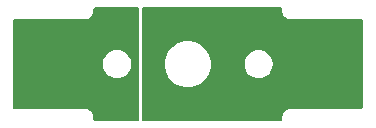
<source format=gbr>
%TF.GenerationSoftware,KiCad,Pcbnew,7.0.2*%
%TF.CreationDate,2023-09-13T12:46:08+12:00*%
%TF.ProjectId,TWIST_SWITCH,54574953-545f-4535-9749-5443482e6b69,v1.1*%
%TF.SameCoordinates,Original*%
%TF.FileFunction,Copper,L2,Inr*%
%TF.FilePolarity,Positive*%
%FSLAX46Y46*%
G04 Gerber Fmt 4.6, Leading zero omitted, Abs format (unit mm)*
G04 Created by KiCad (PCBNEW 7.0.2) date 2023-09-13 12:46:08*
%MOMM*%
%LPD*%
G01*
G04 APERTURE LIST*
%TA.AperFunction,ComponentPad*%
%ADD10C,3.400000*%
%TD*%
%TA.AperFunction,ViaPad*%
%ADD11C,0.700000*%
%TD*%
G04 APERTURE END LIST*
D10*
%TO.N,GND2*%
%TO.C,H3*%
X212000000Y-150000000D03*
%TD*%
%TO.N,GND1*%
%TO.C,H1*%
X188000000Y-150000000D03*
%TD*%
D11*
%TO.N,GND2*%
X207500000Y-146500000D03*
X214500000Y-153500000D03*
X204500000Y-150500000D03*
X208500000Y-147500000D03*
X207500000Y-145600000D03*
X207500000Y-151500000D03*
X209500000Y-146500000D03*
X206500000Y-148500000D03*
X208500000Y-152500000D03*
X213500000Y-151500000D03*
X208500000Y-150500000D03*
X212500000Y-152500000D03*
X212500000Y-146500000D03*
X209500000Y-147500000D03*
X213500000Y-147500000D03*
X209500000Y-148500000D03*
X212500000Y-147500000D03*
X210500000Y-146500000D03*
X204500000Y-151500000D03*
X207500000Y-152500000D03*
X207500000Y-150500000D03*
X210500000Y-147500000D03*
X205500000Y-147500000D03*
X209500000Y-153500000D03*
X211500000Y-146500000D03*
X205500000Y-151500000D03*
X214500000Y-148500000D03*
X214500000Y-151500000D03*
X213500000Y-153500000D03*
X211500000Y-153500000D03*
X204500000Y-152500000D03*
X204500000Y-149500000D03*
X208500000Y-148500000D03*
X206500000Y-147500000D03*
X207500000Y-147500000D03*
X214500000Y-147500000D03*
X211500000Y-152500000D03*
X210500000Y-152500000D03*
X206500000Y-151500000D03*
X214500000Y-152500000D03*
X213500000Y-148500000D03*
X211500000Y-147500000D03*
X208500000Y-153500000D03*
X207500000Y-154400000D03*
X204500000Y-147500000D03*
X205500000Y-152500000D03*
X208500000Y-146500000D03*
X214500000Y-146500000D03*
X207500000Y-149500000D03*
X208500000Y-151500000D03*
X207500000Y-153500000D03*
X205500000Y-148500000D03*
X213500000Y-152500000D03*
X209500000Y-150500000D03*
X213500000Y-146500000D03*
X207500000Y-148500000D03*
X208500000Y-149500000D03*
X214500000Y-149500000D03*
X210500000Y-148500000D03*
X204500000Y-148500000D03*
X209500000Y-151500000D03*
X212500000Y-153500000D03*
X210500000Y-153500000D03*
X209500000Y-149500000D03*
X206500000Y-152500000D03*
X209500000Y-152500000D03*
X214500000Y-150500000D03*
X210500000Y-151500000D03*
%TO.N,GND1*%
X189500000Y-146500000D03*
X194500000Y-151500000D03*
X187500000Y-153500000D03*
X187500000Y-147500000D03*
X191500000Y-151500000D03*
X187500000Y-152500000D03*
X188500000Y-152500000D03*
X185500000Y-149500000D03*
X193500000Y-148500000D03*
X192500000Y-148500000D03*
X186500000Y-147500000D03*
X190500000Y-150500000D03*
X193500000Y-147500000D03*
X192500000Y-150500000D03*
X191500000Y-149500000D03*
X185500000Y-151500000D03*
X195500000Y-151500000D03*
X185500000Y-152500000D03*
X194500000Y-148500000D03*
X192500000Y-147500000D03*
X192500000Y-145600000D03*
X194500000Y-152500000D03*
X189500000Y-147500000D03*
X185500000Y-148500000D03*
X195500000Y-148500000D03*
X191500000Y-147500000D03*
X192500000Y-149500000D03*
X195500000Y-152500000D03*
X190500000Y-152500000D03*
X186500000Y-148500000D03*
X189500000Y-152500000D03*
X186500000Y-151500000D03*
X189500000Y-148500000D03*
X191500000Y-153500000D03*
X192500000Y-152500000D03*
X191500000Y-148500000D03*
X192500000Y-154400000D03*
X186500000Y-153500000D03*
X190500000Y-153500000D03*
X188500000Y-153500000D03*
X190500000Y-147500000D03*
X189500000Y-153500000D03*
X185500000Y-150500000D03*
X190500000Y-151500000D03*
X188500000Y-146500000D03*
X188500000Y-147500000D03*
X191500000Y-152500000D03*
X192500000Y-153500000D03*
X194500000Y-147500000D03*
X185500000Y-153500000D03*
X186500000Y-146500000D03*
X193500000Y-151500000D03*
X190500000Y-146500000D03*
X190500000Y-149500000D03*
X186500000Y-152500000D03*
X195500000Y-149500000D03*
X190500000Y-148500000D03*
X191500000Y-150500000D03*
X187500000Y-146500000D03*
X191500000Y-146500000D03*
X195500000Y-150500000D03*
X193500000Y-152500000D03*
X185500000Y-147500000D03*
X192500000Y-151500000D03*
X189500000Y-151500000D03*
X195500000Y-147500000D03*
X185500000Y-146500000D03*
X192500000Y-146500000D03*
%TD*%
%TA.AperFunction,Conductor*%
%TO.N,GND1*%
G36*
X195836621Y-145220502D02*
G01*
X195883114Y-145274158D01*
X195894500Y-145326500D01*
X195894500Y-154673500D01*
X195874498Y-154741621D01*
X195820842Y-154788114D01*
X195768500Y-154799500D01*
X192126500Y-154799500D01*
X192058379Y-154779498D01*
X192011886Y-154725842D01*
X192000500Y-154673500D01*
X192000500Y-154431006D01*
X191973580Y-154295672D01*
X191943983Y-154224219D01*
X191920775Y-154168189D01*
X191844114Y-154053458D01*
X191844112Y-154053455D01*
X191746544Y-153955887D01*
X191631811Y-153879225D01*
X191504327Y-153826419D01*
X191368993Y-153799500D01*
X191332590Y-153799500D01*
X185326500Y-153799500D01*
X185258379Y-153779498D01*
X185211886Y-153725842D01*
X185200500Y-153673500D01*
X185200500Y-150111243D01*
X192799500Y-150111243D01*
X192825246Y-150248969D01*
X192840382Y-150329940D01*
X192920754Y-150537405D01*
X193037873Y-150726558D01*
X193037874Y-150726559D01*
X193037876Y-150726562D01*
X193187764Y-150890981D01*
X193365311Y-151025058D01*
X193564472Y-151124229D01*
X193778464Y-151185115D01*
X193817360Y-151188719D01*
X193941580Y-151200230D01*
X193941586Y-151200230D01*
X193944497Y-151200500D01*
X193947410Y-151200500D01*
X194052590Y-151200500D01*
X194055503Y-151200500D01*
X194058414Y-151200230D01*
X194058419Y-151200230D01*
X194143743Y-151192323D01*
X194221536Y-151185115D01*
X194435528Y-151124229D01*
X194634689Y-151025058D01*
X194812236Y-150890981D01*
X194962124Y-150726562D01*
X195039132Y-150602189D01*
X195079245Y-150537405D01*
X195079247Y-150537401D01*
X195159618Y-150329940D01*
X195200500Y-150111243D01*
X195200500Y-149888757D01*
X195159618Y-149670060D01*
X195079247Y-149462599D01*
X195079246Y-149462598D01*
X195079245Y-149462594D01*
X194962126Y-149273441D01*
X194962125Y-149273440D01*
X194962124Y-149273438D01*
X194812236Y-149109019D01*
X194634689Y-148974942D01*
X194634688Y-148974942D01*
X194435527Y-148875770D01*
X194221534Y-148814884D01*
X194058419Y-148799769D01*
X194058393Y-148799767D01*
X194055503Y-148799500D01*
X193944497Y-148799500D01*
X193941607Y-148799767D01*
X193941580Y-148799769D01*
X193778465Y-148814884D01*
X193564472Y-148875770D01*
X193365310Y-148974942D01*
X193187765Y-149109018D01*
X193037873Y-149273441D01*
X192920754Y-149462594D01*
X192840382Y-149670059D01*
X192826754Y-149742958D01*
X192799500Y-149888757D01*
X192799500Y-150111243D01*
X185200500Y-150111243D01*
X185200500Y-146326500D01*
X185220502Y-146258379D01*
X185274158Y-146211886D01*
X185326500Y-146200500D01*
X191368993Y-146200500D01*
X191504328Y-146173580D01*
X191631811Y-146120775D01*
X191746542Y-146044114D01*
X191844114Y-145946542D01*
X191920775Y-145831811D01*
X191973580Y-145704328D01*
X192000500Y-145568993D01*
X192000500Y-145500000D01*
X192000500Y-145460118D01*
X192000500Y-145326499D01*
X192020502Y-145258379D01*
X192074158Y-145211886D01*
X192126500Y-145200500D01*
X195768500Y-145200500D01*
X195836621Y-145220502D01*
G37*
%TD.AperFunction*%
%TD*%
%TA.AperFunction,Conductor*%
%TO.N,GND2*%
G36*
X207941621Y-145220502D02*
G01*
X207988114Y-145274158D01*
X207999500Y-145326500D01*
X207999500Y-145568993D01*
X208026419Y-145704327D01*
X208079225Y-145831811D01*
X208155887Y-145946544D01*
X208253455Y-146044112D01*
X208253458Y-146044114D01*
X208368189Y-146120775D01*
X208495672Y-146173580D01*
X208631007Y-146200500D01*
X208677410Y-146200500D01*
X214673500Y-146200500D01*
X214741621Y-146220502D01*
X214788114Y-146274158D01*
X214799500Y-146326500D01*
X214799500Y-153673500D01*
X214779498Y-153741621D01*
X214725842Y-153788114D01*
X214673500Y-153799500D01*
X208641007Y-153799500D01*
X208505672Y-153826419D01*
X208378188Y-153879225D01*
X208263455Y-153955887D01*
X208165887Y-154053455D01*
X208089225Y-154168188D01*
X208036419Y-154295672D01*
X208009500Y-154431006D01*
X208009500Y-154673500D01*
X207989498Y-154741621D01*
X207935842Y-154788114D01*
X207883500Y-154799500D01*
X196226000Y-154799500D01*
X196157879Y-154779498D01*
X196111386Y-154725842D01*
X196100000Y-154673500D01*
X196100000Y-150000000D01*
X198044517Y-150000000D01*
X198064422Y-150278298D01*
X198123726Y-150550916D01*
X198123729Y-150550923D01*
X198221231Y-150812337D01*
X198323703Y-151000000D01*
X198354945Y-151057215D01*
X198522146Y-151280570D01*
X198719429Y-151477853D01*
X198940988Y-151643709D01*
X198942787Y-151645056D01*
X199187663Y-151778769D01*
X199449077Y-151876271D01*
X199449078Y-151876271D01*
X199449083Y-151876273D01*
X199721701Y-151935577D01*
X199721706Y-151935578D01*
X199930343Y-151950500D01*
X199932600Y-151950500D01*
X200067400Y-151950500D01*
X200069657Y-151950500D01*
X200278294Y-151935578D01*
X200336608Y-151922892D01*
X200550916Y-151876273D01*
X200550919Y-151876271D01*
X200550923Y-151876271D01*
X200812337Y-151778769D01*
X201057213Y-151645056D01*
X201280568Y-151477855D01*
X201477855Y-151280568D01*
X201645056Y-151057213D01*
X201778769Y-150812337D01*
X201876271Y-150550923D01*
X201935578Y-150278294D01*
X201947526Y-150111243D01*
X204799500Y-150111243D01*
X204830728Y-150278294D01*
X204840382Y-150329940D01*
X204920754Y-150537405D01*
X205037873Y-150726558D01*
X205037874Y-150726559D01*
X205037876Y-150726562D01*
X205187764Y-150890981D01*
X205365311Y-151025058D01*
X205564472Y-151124229D01*
X205778464Y-151185115D01*
X205817360Y-151188719D01*
X205941580Y-151200230D01*
X205941586Y-151200230D01*
X205944497Y-151200500D01*
X205947410Y-151200500D01*
X206052590Y-151200500D01*
X206055503Y-151200500D01*
X206058414Y-151200230D01*
X206058419Y-151200230D01*
X206143743Y-151192323D01*
X206221536Y-151185115D01*
X206435528Y-151124229D01*
X206634689Y-151025058D01*
X206812236Y-150890981D01*
X206962124Y-150726562D01*
X207079247Y-150537401D01*
X207159618Y-150329940D01*
X207200500Y-150111243D01*
X207200500Y-149888757D01*
X207159618Y-149670060D01*
X207079247Y-149462599D01*
X207079246Y-149462598D01*
X207079245Y-149462594D01*
X206962126Y-149273441D01*
X206962125Y-149273440D01*
X206962124Y-149273438D01*
X206812236Y-149109019D01*
X206634689Y-148974942D01*
X206634688Y-148974942D01*
X206435527Y-148875770D01*
X206221534Y-148814884D01*
X206058419Y-148799769D01*
X206058393Y-148799767D01*
X206055503Y-148799500D01*
X205944497Y-148799500D01*
X205941607Y-148799767D01*
X205941580Y-148799769D01*
X205778465Y-148814884D01*
X205564472Y-148875770D01*
X205365310Y-148974942D01*
X205187765Y-149109018D01*
X205037873Y-149273441D01*
X204920754Y-149462594D01*
X204840382Y-149670059D01*
X204830728Y-149721706D01*
X204799500Y-149888757D01*
X204799500Y-150111243D01*
X201947526Y-150111243D01*
X201955482Y-150000000D01*
X201935578Y-149721706D01*
X201879213Y-149462599D01*
X201876273Y-149449083D01*
X201876271Y-149449077D01*
X201778769Y-149187663D01*
X201645056Y-148942787D01*
X201607503Y-148892621D01*
X201477853Y-148719429D01*
X201280570Y-148522146D01*
X201057215Y-148354945D01*
X201015917Y-148332395D01*
X200812337Y-148221231D01*
X200651028Y-148161066D01*
X200550916Y-148123726D01*
X200278298Y-148064422D01*
X200071907Y-148049660D01*
X200071881Y-148049659D01*
X200069657Y-148049500D01*
X199930343Y-148049500D01*
X199928119Y-148049659D01*
X199928092Y-148049660D01*
X199721701Y-148064422D01*
X199449083Y-148123726D01*
X199253016Y-148196855D01*
X199187663Y-148221231D01*
X199187661Y-148221231D01*
X199187661Y-148221232D01*
X198942784Y-148354945D01*
X198719429Y-148522146D01*
X198522146Y-148719429D01*
X198354945Y-148942784D01*
X198221232Y-149187661D01*
X198123726Y-149449083D01*
X198064422Y-149721701D01*
X198044517Y-150000000D01*
X196100000Y-150000000D01*
X196100000Y-145326500D01*
X196120002Y-145258379D01*
X196173658Y-145211886D01*
X196226000Y-145200500D01*
X207873500Y-145200500D01*
X207941621Y-145220502D01*
G37*
%TD.AperFunction*%
%TD*%
M02*

</source>
